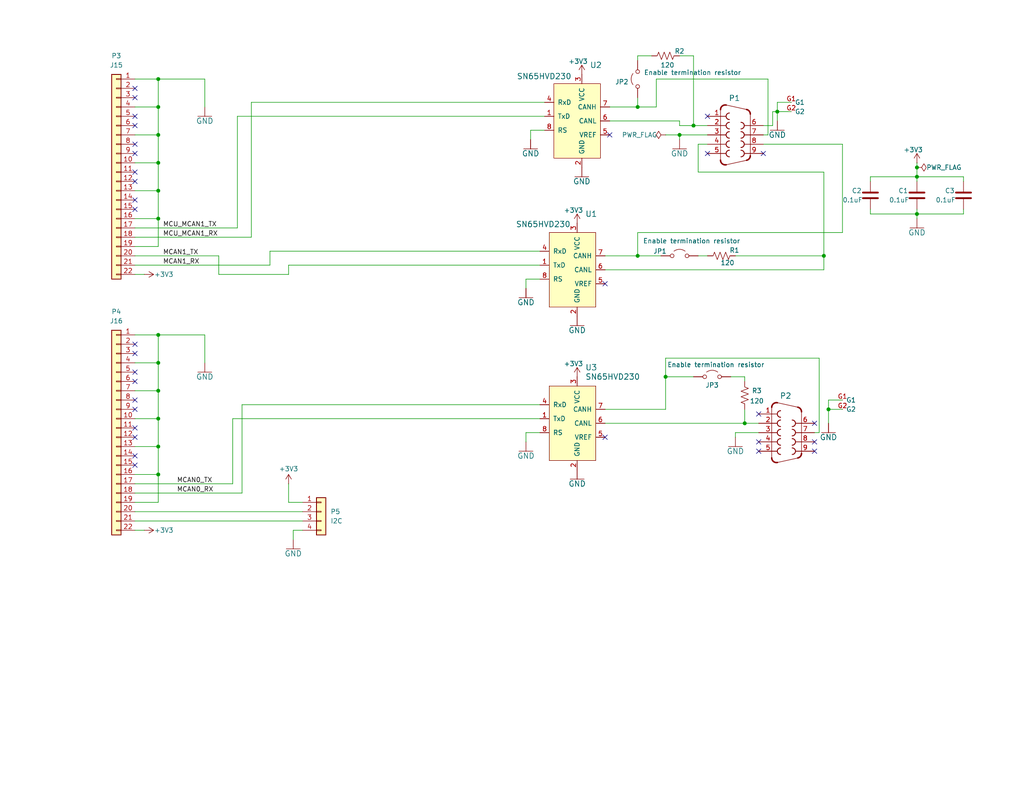
<source format=kicad_sch>
(kicad_sch (version 20231120) (generator "eeschema") (generator_version "8.0")
  (paper "A")
  (title_block (title "CAN Driver") (date "2024-07-03"))
  (lib_symbols
    (symbol "Connector_Generic:Conn_01x04" (pin_names (offset 1.016) hide)
      (property "Reference" "J" (at 0 5.08 0))
      (property "Value" "Conn_01x04" (at 0 -7.62 0))
      (symbol "Conn_01x04_1_1"
        (rectangle (start -1.27 -4.953) (end 0 -5.207) (stroke (width 0.1524)))
        (rectangle (start -1.27 -2.413) (end 0 -2.667) (stroke (width 0.1524)))
        (rectangle (start -1.27 0.127) (end 0 -0.127) (stroke (width 0.1524)))
        (rectangle (start -1.27 2.667) (end 0 2.413) (stroke (width 0.1524)))
        (rectangle (start -1.27 3.81) (end 1.27 -6.35) (stroke (width 0.254)) (fill (type background)))
        (pin passive line (at -5.08 2.54 0) (length 3.81) (name "Pin_1") (number "1"))
        (pin passive line (at -5.08 0 0) (length 3.81) (name "Pin_2") (number "2"))
        (pin passive line (at -5.08 -2.54 0) (length 3.81) (name "Pin_3") (number "3"))
        (pin passive line (at -5.08 -5.08 0) (length 3.81) (name "Pin_4") (number "4"))
      )
    )
    (symbol "Connector_Generic:Conn_01x22" (pin_names (offset 1.016) hide)
      (property "Reference" "J" (at 0 27.94 0))
      (property "Value" "Conn_01x22" (at 0 -30.48 0))
      (symbol "Conn_01x22_1_1"
        (rectangle (start -1.27 -27.813) (end 0 -28.067) (stroke (width 0.1524)))
        (rectangle (start -1.27 -25.273) (end 0 -25.527) (stroke (width 0.1524)))
        (rectangle (start -1.27 -22.733) (end 0 -22.987) (stroke (width 0.1524)))
        (rectangle (start -1.27 -20.193) (end 0 -20.447) (stroke (width 0.1524)))
        (rectangle (start -1.27 -17.653) (end 0 -17.907) (stroke (width 0.1524)))
        (rectangle (start -1.27 -15.113) (end 0 -15.367) (stroke (width 0.1524)))
        (rectangle (start -1.27 -12.573) (end 0 -12.827) (stroke (width 0.1524)))
        (rectangle (start -1.27 -10.033) (end 0 -10.287) (stroke (width 0.1524)))
        (rectangle (start -1.27 -7.493) (end 0 -7.747) (stroke (width 0.1524)))
        (rectangle (start -1.27 -4.953) (end 0 -5.207) (stroke (width 0.1524)))
        (rectangle (start -1.27 -2.413) (end 0 -2.667) (stroke (width 0.1524)))
        (rectangle (start -1.27 0.127) (end 0 -0.127) (stroke (width 0.1524)))
        (rectangle (start -1.27 2.667) (end 0 2.413) (stroke (width 0.1524)))
        (rectangle (start -1.27 5.207) (end 0 4.953) (stroke (width 0.1524)))
        (rectangle (start -1.27 7.747) (end 0 7.493) (stroke (width 0.1524)))
        (rectangle (start -1.27 10.287) (end 0 10.033) (stroke (width 0.1524)))
        (rectangle (start -1.27 12.827) (end 0 12.573) (stroke (width 0.1524)))
        (rectangle (start -1.27 15.367) (end 0 15.113) (stroke (width 0.1524)))
        (rectangle (start -1.27 17.907) (end 0 17.653) (stroke (width 0.1524)))
        (rectangle (start -1.27 20.447) (end 0 20.193) (stroke (width 0.1524)))
        (rectangle (start -1.27 22.987) (end 0 22.733) (stroke (width 0.1524)))
        (rectangle (start -1.27 25.527) (end 0 25.273) (stroke (width 0.1524)))
        (rectangle (start -1.27 26.67) (end 1.27 -29.21) (stroke (width 0.254)) (fill (type background)))
        (pin passive line (at -5.08 25.4 0) (length 3.81) (name "Pin_1") (number "1"))
        (pin passive line (at -5.08 2.54 0) (length 3.81) (name "Pin_10") (number "10"))
        (pin passive line (at -5.08 0 0) (length 3.81) (name "Pin_11") (number "11"))
        (pin passive line (at -5.08 -2.54 0) (length 3.81) (name "Pin_12") (number "12"))
        (pin passive line (at -5.08 -5.08 0) (length 3.81) (name "Pin_13") (number "13"))
        (pin passive line (at -5.08 -7.62 0) (length 3.81) (name "Pin_14") (number "14"))
        (pin passive line (at -5.08 -10.16 0) (length 3.81) (name "Pin_15") (number "15"))
        (pin passive line (at -5.08 -12.7 0) (length 3.81) (name "Pin_16") (number "16"))
        (pin passive line (at -5.08 -15.24 0) (length 3.81) (name "Pin_17") (number "17"))
        (pin passive line (at -5.08 -17.78 0) (length 3.81) (name "Pin_18") (number "18"))
        (pin passive line (at -5.08 -20.32 0) (length 3.81) (name "Pin_19") (number "19"))
        (pin passive line (at -5.08 22.86 0) (length 3.81) (name "Pin_2") (number "2"))
        (pin passive line (at -5.08 -22.86 0) (length 3.81) (name "Pin_20") (number "20"))
        (pin passive line (at -5.08 -25.4 0) (length 3.81) (name "Pin_21") (number "21"))
        (pin passive line (at -5.08 -27.94 0) (length 3.81) (name "Pin_22") (number "22"))
        (pin passive line (at -5.08 20.32 0) (length 3.81) (name "Pin_3") (number "3"))
        (pin passive line (at -5.08 17.78 0) (length 3.81) (name "Pin_4") (number "4"))
        (pin passive line (at -5.08 15.24 0) (length 3.81) (name "Pin_5") (number "5"))
        (pin passive line (at -5.08 12.7 0) (length 3.81) (name "Pin_6") (number "6"))
        (pin passive line (at -5.08 10.16 0) (length 3.81) (name "Pin_7") (number "7"))
        (pin passive line (at -5.08 7.62 0) (length 3.81) (name "Pin_8") (number "8"))
        (pin passive line (at -5.08 5.08 0) (length 3.81) (name "Pin_9") (number "9"))
      )
    )
    (symbol "Device:C" (pin_numbers hide) (pin_names (offset 0.254))
      (property "Reference" "C" (at 0.635 2.54 0))
      (property "Value" "C" (at 0.635 -2.54 0))
      (symbol "C_0_1"
        (polyline (pts (xy -2.032 -0.762) (xy 2.032 -0.762)) (stroke (width 0.508)))
        (polyline (pts (xy -2.032 0.762) (xy 2.032 0.762)) (stroke (width 0.508)))
      )
      (symbol "C_1_1"
        (pin passive line (at 0 3.81 270) (length 2.794) (name "~") (number "1"))
        (pin passive line (at 0 -3.81 90) (length 2.794) (name "~") (number "2"))
      )
    )
    (symbol "Device:R_US" (pin_numbers hide) (pin_names (offset 0))
      (property "Reference" "R" (at 2.54 0 90))
      (property "Value" "R_US" (at -2.54 0 90))
      (symbol "R_US_0_1"
        (polyline (pts (xy 0 -2.286) (xy 0 -2.54)))
        (polyline (pts (xy 0 2.286) (xy 0 2.54)))
        (polyline (pts (xy 0 -0.762) (xy 1.016 -1.143) (xy 0 -1.524) (xy -1.016 -1.905) (xy 0 -2.286)))
        (polyline (pts (xy 0 0.762) (xy 1.016 0.381) (xy 0 0) (xy -1.016 -0.381) (xy 0 -0.762)))
        (polyline (pts (xy 0 2.286) (xy 1.016 1.905) (xy 0 1.524) (xy -1.016 1.143) (xy 0 0.762)))
      )
      (symbol "R_US_1_1"
        (pin passive line (at 0 3.81 270) (length 1.27) (name "~") (number "1"))
        (pin passive line (at 0 -3.81 90) (length 1.27) (name "~") (number "2"))
      )
    )
    (symbol "Jumper:Jumper_2_Open" (pin_numbers hide) (pin_names (offset 0) hide) (exclude_from_sim yes)
      (property "Reference" "JP" (at 0 2.794 0))
      (property "Value" "Jumper_2_Open" (at 0 -2.286 0))
      (symbol "Jumper_2_Open_0_0"
        (circle (center -2.032 0) (radius 0.508))
        (circle (center 2.032 0) (radius 0.508))
      )
      (symbol "Jumper_2_Open_0_1"
        (arc (start 1.524 1.27) (mid 0 1.778) (end -1.524 1.27))
      )
      (symbol "Jumper_2_Open_1_1"
        (pin passive line (at -5.08 0 0) (length 2.54) (name "A") (number "1"))
        (pin passive line (at 5.08 0 180) (length 2.54) (name "B") (number "2"))
      )
    )
    (symbol "catu:F09HP" (pin_names (offset 1.016))
      (property "Reference" "P" (at -1.27 8.89 0))
      (property "Value" "F09HP" (at -3.81 -10.795 0))
      (symbol "F09HP_1_0"
        (arc (start -4.064 -6.9088) (mid -3.5802 -7.8934) (end -2.5146 -8.1534) (stroke (width 0.4064)))
        (arc (start -2.5146 8.1534) (mid -3.5799 7.893) (end -4.064 6.9088) (stroke (width 0.4064)))
        (arc (start -1.651 -4.191) (mid -2.5362 -5.08) (end -1.651 -5.969) (stroke (width 0.254)))
        (arc (start -1.651 -1.651) (mid -2.5362 -2.54) (end -1.651 -3.429) (stroke (width 0.254)))
        (arc (start -1.651 0.889) (mid -2.5362 0) (end -1.651 -0.889) (stroke (width 0.254)))
        (arc (start -1.651 3.429) (mid -2.5362 2.54) (end -1.651 1.651) (stroke (width 0.254)))
        (arc (start -1.651 5.969) (mid -2.5362 5.08) (end -1.651 4.191) (stroke (width 0.254)))
        (polyline (pts (xy -4.064 -6.9088) (xy -4.064 6.9088)))
        (polyline (pts (xy -2.5146 -8.1534) (xy 3.048 -6.9342)))
        (polyline (pts (xy -2.5146 8.1534) (xy 3.048 6.9342)))
        (polyline (pts (xy 4.064 -5.6896) (xy 4.064 5.6896)))
        (arc (start 1.524 -5.969) (mid 2.4092 -5.08) (end 1.524 -4.191) (stroke (width 0.254)))
        (arc (start 1.524 -3.429) (mid 2.4092 -2.54) (end 1.524 -1.651) (stroke (width 0.254)))
        (arc (start 1.524 -0.889) (mid 2.4092 0) (end 1.524 0.889) (stroke (width 0.254)))
        (arc (start 1.524 1.651) (mid 2.4092 2.54) (end 1.524 3.429) (stroke (width 0.254)))
        (arc (start 3.048 -6.9342) (mid 3.774 -6.4888) (end 4.064 -5.6896) (stroke (width 0.4064)))
        (arc (start 4.064 5.6896) (mid 3.7704 6.4859) (end 3.048 6.9342) (stroke (width 0.4064)))
        (pin passive line (at -7.62 5.08 0) (length 5.08) (name "1") (number "1"))
        (pin passive line (at -7.62 2.54 0) (length 5.08) (name "2") (number "2"))
        (pin passive line (at -7.62 0 0) (length 5.08) (name "3") (number "3"))
        (pin passive line (at -7.62 -2.54 0) (length 5.08) (name "4") (number "4"))
        (pin passive line (at -7.62 -5.08 0) (length 5.08) (name "5") (number "5"))
        (pin passive line (at 7.62 2.54 180) (length 5.08) (name "6") (number "6"))
        (pin passive line (at 7.62 0 180) (length 5.08) (name "7") (number "7"))
        (pin passive line (at 7.62 -2.54 180) (length 5.08) (name "8") (number "8"))
        (pin passive line (at 7.62 -5.08 180) (length 5.08) (name "9") (number "9"))
      )
      (symbol "F09HP_1_1"
        (pin power_in line (at 15.24 8.89 0) (length 0) (name "G1") (number "G1"))
        (pin power_in line (at 15.24 6.35 0) (length 0) (name "G2") (number "G2"))
      )
    )
    (symbol "catu:GND" (power) (pin_names (offset 1.016))
      (property "Value" "GND" (at -2.54 -2.54 0))
      (symbol "GND_1_0"
        (polyline (pts (xy -1.905 0) (xy 1.905 0)))
        (pin power_in line (at 0 2.54 270) (length 2.54) (name "GND") (number "1"))
      )
    )
    (symbol "catu:SN65HVD230" (pin_names (offset 1.016))
      (property "Reference" "U" (at -2.54 1.27 0))
      (property "Value" "SN65HVD230" (at 4.572 -22.606 0))
      (symbol "SN65HVD230_0_1"
        (rectangle (start -5.08 0) (end 7.62 -20.32) (fill (type background)))
      )
      (symbol "SN65HVD230_1_1"
        (pin input line (at -7.62 -8.89 0) (length 2.54) (name "TxD") (number "1"))
        (pin power_in line (at 2.54 -22.86 90) (length 2.54) (name "GND") (number "2"))
        (pin power_in line (at 2.54 2.54 270) (length 2.54) (name "VCC") (number "3"))
        (pin output line (at -7.62 -5.08 0) (length 2.54) (name "RxD") (number "4"))
        (pin output line (at 10.16 -13.97 180) (length 2.54) (name "VREF") (number "5"))
        (pin bidirectional line (at 10.16 -10.16 180) (length 2.54) (name "CANL") (number "6"))
        (pin bidirectional line (at 10.16 -6.35 180) (length 2.54) (name "CANH") (number "7"))
        (pin input line (at -7.62 -12.7 0) (length 2.54) (name "RS") (number "8"))
      )
    )
    (symbol "power:+3V3" (power) (pin_numbers hide) (pin_names (offset 0) hide)
      (property "Value" "+3V3" (at 0 3.556 0))
      (symbol "+3V3_0_1"
        (polyline (pts (xy -0.762 1.27) (xy 0 2.54)))
        (polyline (pts (xy 0 0) (xy 0 2.54)))
        (polyline (pts (xy 0 2.54) (xy 0.762 1.27)))
      )
      (symbol "+3V3_1_1"
        (pin power_in line (at 0 0 90) (length 0) (name "~") (number "1"))
      )
    )
    (symbol "power:PWR_FLAG" (power) (pin_numbers hide) (pin_names (offset 0) hide)
      (property "Value" "PWR_FLAG" (at 0 3.81 0))
      (symbol "PWR_FLAG_0_0"
        (pin power_out line (at 0 0 90) (length 0) (name "~") (number "1"))
      )
      (symbol "PWR_FLAG_0_1"
        (polyline (pts (xy 0 0) (xy 0 1.27) (xy -1.016 1.905) (xy 0 2.54) (xy 1.016 1.905) (xy 0 1.27)))
      )
    )
  )
  (junction (at 43.18 52.07))
  (junction (at 250.19 58.42))
  (junction (at 43.18 114.3))
  (junction (at 212.09 30.48))
  (junction (at 226.06 111.76))
  (junction (at 43.18 91.44))
  (junction (at 224.79 69.85))
  (junction (at 43.18 121.92))
  (junction (at 203.2 115.57))
  (junction (at 173.99 29.21))
  (junction (at 43.18 129.54))
  (junction (at 43.18 106.68))
  (junction (at 43.18 36.83))
  (junction (at 43.18 21.59))
  (junction (at 185.42 36.83))
  (junction (at 43.18 29.21))
  (junction (at 43.18 99.06))
  (junction (at 181.61 102.87))
  (junction (at 189.23 34.29))
  (junction (at 173.99 69.85))
  (junction (at 250.19 48.26))
  (junction (at 250.19 45.72))
  (junction (at 43.18 59.69))
  (junction (at 43.18 44.45))
  (no_connect (at 222.25 115.57))
  (no_connect (at 36.83 111.76))
  (no_connect (at 207.01 123.19))
  (no_connect (at 36.83 24.13))
  (no_connect (at 36.83 101.6))
  (no_connect (at 207.01 113.03))
  (no_connect (at 36.83 109.22))
  (no_connect (at 36.83 93.98))
  (no_connect (at 207.01 120.65))
  (no_connect (at 36.83 104.14))
  (no_connect (at 36.83 127))
  (no_connect (at 36.83 31.75))
  (no_connect (at 36.83 57.15))
  (no_connect (at 36.83 46.99))
  (no_connect (at 36.83 96.52))
  (no_connect (at 222.25 123.19))
  (no_connect (at 36.83 49.53))
  (no_connect (at 36.83 26.67))
  (no_connect (at 208.28 41.91))
  (no_connect (at 222.25 120.65))
  (no_connect (at 193.04 31.75))
  (no_connect (at 36.83 39.37))
  (no_connect (at 36.83 116.84))
  (no_connect (at 36.83 41.91))
  (no_connect (at 36.83 124.46))
  (no_connect (at 166.37 36.83))
  (no_connect (at 36.83 119.38))
  (no_connect (at 36.83 54.61))
  (no_connect (at 165.1 77.47))
  (no_connect (at 193.04 41.91))
  (no_connect (at 165.1 119.38))
  (no_connect (at 36.83 34.29))
  (wire (pts (xy 73.66 68.58) (xy 147.32 68.58)))
  (wire (pts (xy 59.69 69.85) (xy 59.69 74.93)))
  (wire (pts (xy 185.42 33.02) (xy 185.42 34.29)))
  (wire (pts (xy 215.9 27.94) (xy 212.09 27.94)))
  (wire (pts (xy 36.83 142.24) (xy 82.55 142.24)))
  (wire (pts (xy 229.87 39.37) (xy 208.28 39.37)))
  (wire (pts (xy 165.1 73.66) (xy 224.79 73.66)))
  (wire (pts (xy 210.82 34.29) (xy 210.82 30.48)))
  (wire (pts (xy 226.06 109.22) (xy 226.06 111.76)))
  (wire (pts (xy 36.83 44.45) (xy 43.18 44.45)))
  (wire (pts (xy 68.58 27.94) (xy 148.59 27.94)))
  (wire (pts (xy 250.19 58.42) (xy 262.89 58.42)))
  (wire (pts (xy 43.18 91.44) (xy 43.18 99.06)))
  (wire (pts (xy 185.42 36.83) (xy 181.61 36.83)))
  (wire (pts (xy 55.88 21.59) (xy 55.88 29.21)))
  (wire (pts (xy 189.23 34.29) (xy 193.04 34.29)))
  (wire (pts (xy 181.61 102.87) (xy 189.23 102.87)))
  (wire (pts (xy 36.83 59.69) (xy 43.18 59.69)))
  (wire (pts (xy 250.19 45.72) (xy 250.19 48.26)))
  (wire (pts (xy 210.82 30.48) (xy 212.09 30.48)))
  (wire (pts (xy 43.18 52.07) (xy 43.18 59.69)))
  (wire (pts (xy 181.61 102.87) (xy 181.61 111.76)))
  (wire (pts (xy 143.51 78.74) (xy 143.51 76.2)))
  (wire (pts (xy 181.61 97.79) (xy 181.61 102.87)))
  (wire (pts (xy 36.83 121.92) (xy 43.18 121.92)))
  (wire (pts (xy 43.18 21.59) (xy 43.18 29.21)))
  (wire (pts (xy 143.51 120.65) (xy 143.51 118.11)))
  (wire (pts (xy 237.49 49.53) (xy 237.49 48.26)))
  (wire (pts (xy 189.23 15.24) (xy 189.23 34.29)))
  (wire (pts (xy 36.83 139.7) (xy 82.55 139.7)))
  (wire (pts (xy 250.19 48.26) (xy 250.19 49.53)))
  (wire (pts (xy 36.83 134.62) (xy 66.04 134.62)))
  (wire (pts (xy 223.52 97.79) (xy 223.52 118.11)))
  (wire (pts (xy 226.06 111.76) (xy 229.87 111.76)))
  (wire (pts (xy 43.18 99.06) (xy 43.18 106.68)))
  (wire (pts (xy 165.1 115.57) (xy 203.2 115.57)))
  (wire (pts (xy 36.83 72.39) (xy 73.66 72.39)))
  (wire (pts (xy 78.74 74.93) (xy 59.69 74.93)))
  (wire (pts (xy 190.5 39.37) (xy 193.04 39.37)))
  (wire (pts (xy 143.51 118.11) (xy 147.32 118.11)))
  (wire (pts (xy 190.5 69.85) (xy 193.04 69.85)))
  (wire (pts (xy 237.49 48.26) (xy 250.19 48.26)))
  (wire (pts (xy 200.66 118.11) (xy 207.01 118.11)))
  (wire (pts (xy 181.61 97.79) (xy 223.52 97.79)))
  (wire (pts (xy 43.18 114.3) (xy 43.18 121.92)))
  (wire (pts (xy 237.49 57.15) (xy 237.49 58.42)))
  (wire (pts (xy 82.55 137.16) (xy 78.74 137.16)))
  (wire (pts (xy 185.42 36.83) (xy 193.04 36.83)))
  (wire (pts (xy 209.55 36.83) (xy 208.28 36.83)))
  (wire (pts (xy 166.37 33.02) (xy 185.42 33.02)))
  (wire (pts (xy 63.5 114.3) (xy 147.32 114.3)))
  (wire (pts (xy 237.49 58.42) (xy 250.19 58.42)))
  (wire (pts (xy 224.79 46.99) (xy 190.5 46.99)))
  (wire (pts (xy 63.5 114.3) (xy 63.5 132.08)))
  (wire (pts (xy 166.37 29.21) (xy 173.99 29.21)))
  (wire (pts (xy 43.18 44.45) (xy 43.18 52.07)))
  (wire (pts (xy 185.42 36.83) (xy 185.42 38.1)))
  (wire (pts (xy 179.07 21.59) (xy 209.55 21.59)))
  (wire (pts (xy 36.83 114.3) (xy 43.18 114.3)))
  (wire (pts (xy 36.83 64.77) (xy 68.58 64.77)))
  (wire (pts (xy 36.83 99.06) (xy 43.18 99.06)))
  (wire (pts (xy 43.18 137.16) (xy 36.83 137.16)))
  (wire (pts (xy 43.18 91.44) (xy 55.88 91.44)))
  (wire (pts (xy 80.01 147.32) (xy 80.01 144.78)))
  (wire (pts (xy 203.2 115.57) (xy 207.01 115.57)))
  (wire (pts (xy 173.99 26.67) (xy 173.99 29.21)))
  (wire (pts (xy 224.79 73.66) (xy 224.79 69.85)))
  (wire (pts (xy 212.09 27.94) (xy 212.09 30.48)))
  (wire (pts (xy 226.06 111.76) (xy 226.06 115.57)))
  (wire (pts (xy 224.79 46.99) (xy 224.79 69.85)))
  (wire (pts (xy 36.83 62.23) (xy 64.77 62.23)))
  (wire (pts (xy 203.2 111.76) (xy 203.2 115.57)))
  (wire (pts (xy 43.18 121.92) (xy 43.18 129.54)))
  (wire (pts (xy 200.66 69.85) (xy 224.79 69.85)))
  (wire (pts (xy 173.99 16.51) (xy 173.99 15.24)))
  (wire (pts (xy 36.83 69.85) (xy 59.69 69.85)))
  (wire (pts (xy 208.28 34.29) (xy 210.82 34.29)))
  (wire (pts (xy 229.87 39.37) (xy 229.87 63.5)))
  (wire (pts (xy 262.89 58.42) (xy 262.89 57.15)))
  (wire (pts (xy 36.83 132.08) (xy 63.5 132.08)))
  (wire (pts (xy 36.83 36.83) (xy 43.18 36.83)))
  (wire (pts (xy 173.99 69.85) (xy 180.34 69.85)))
  (wire (pts (xy 185.42 34.29) (xy 189.23 34.29)))
  (wire (pts (xy 64.77 31.75) (xy 148.59 31.75)))
  (wire (pts (xy 199.39 102.87) (xy 203.2 102.87)))
  (wire (pts (xy 144.78 35.56) (xy 148.59 35.56)))
  (wire (pts (xy 165.1 69.85) (xy 173.99 69.85)))
  (wire (pts (xy 36.83 52.07) (xy 43.18 52.07)))
  (wire (pts (xy 190.5 46.99) (xy 190.5 39.37)))
  (wire (pts (xy 66.04 110.49) (xy 66.04 134.62)))
  (wire (pts (xy 36.83 144.78) (xy 39.37 144.78)))
  (wire (pts (xy 143.51 76.2) (xy 147.32 76.2)))
  (wire (pts (xy 78.74 137.16) (xy 78.74 132.08)))
  (wire (pts (xy 36.83 74.93) (xy 39.37 74.93)))
  (wire (pts (xy 173.99 63.5) (xy 229.87 63.5)))
  (wire (pts (xy 250.19 48.26) (xy 262.89 48.26)))
  (wire (pts (xy 173.99 15.24) (xy 177.8 15.24)))
  (wire (pts (xy 212.09 30.48) (xy 212.09 33.02)))
  (wire (pts (xy 185.42 15.24) (xy 189.23 15.24)))
  (wire (pts (xy 64.77 31.75) (xy 64.77 62.23)))
  (wire (pts (xy 262.89 48.26) (xy 262.89 49.53)))
  (wire (pts (xy 43.18 106.68) (xy 43.18 114.3)))
  (wire (pts (xy 43.18 129.54) (xy 43.18 137.16)))
  (wire (pts (xy 212.09 30.48) (xy 215.9 30.48)))
  (wire (pts (xy 36.83 91.44) (xy 43.18 91.44)))
  (wire (pts (xy 229.87 109.22) (xy 226.06 109.22)))
  (wire (pts (xy 165.1 111.76) (xy 181.61 111.76)))
  (wire (pts (xy 43.18 29.21) (xy 43.18 36.83)))
  (wire (pts (xy 78.74 72.39) (xy 147.32 72.39)))
  (wire (pts (xy 78.74 72.39) (xy 78.74 74.93)))
  (wire (pts (xy 36.83 129.54) (xy 43.18 129.54)))
  (wire (pts (xy 43.18 67.31) (xy 36.83 67.31)))
  (wire (pts (xy 173.99 29.21) (xy 179.07 29.21)))
  (wire (pts (xy 203.2 102.87) (xy 203.2 104.14)))
  (wire (pts (xy 36.83 29.21) (xy 43.18 29.21)))
  (wire (pts (xy 73.66 68.58) (xy 73.66 72.39)))
  (wire (pts (xy 147.32 110.49) (xy 66.04 110.49)))
  (wire (pts (xy 43.18 36.83) (xy 43.18 44.45)))
  (wire (pts (xy 209.55 21.59) (xy 209.55 36.83)))
  (wire (pts (xy 250.19 58.42) (xy 250.19 57.15)))
  (wire (pts (xy 250.19 59.69) (xy 250.19 58.42)))
  (wire (pts (xy 144.78 38.1) (xy 144.78 35.56)))
  (wire (pts (xy 200.66 118.11) (xy 200.66 119.38)))
  (wire (pts (xy 173.99 69.85) (xy 173.99 63.5)))
  (wire (pts (xy 55.88 91.44) (xy 55.88 99.06)))
  (wire (pts (xy 43.18 21.59) (xy 55.88 21.59)))
  (wire (pts (xy 36.83 21.59) (xy 43.18 21.59)))
  (wire (pts (xy 223.52 118.11) (xy 222.25 118.11)))
  (wire (pts (xy 250.19 45.72) (xy 250.19 44.45)))
  (wire (pts (xy 68.58 27.94) (xy 68.58 64.77)))
  (wire (pts (xy 36.83 106.68) (xy 43.18 106.68)))
  (wire (pts (xy 80.01 144.78) (xy 82.55 144.78)))
  (wire (pts (xy 43.18 59.69) (xy 43.18 67.31)))
  (wire (pts (xy 179.07 29.21) (xy 179.07 21.59)))
  (label "MCU_MCAN1_RX" (at 44.45 64.77 0))
  (label "MCAN1_RX" (at 44.45 72.39 0))
  (label "MCAN1_TX" (at 44.45 69.85 0))
  (label "MCAN0_TX" (at 48.26 132.08 0))
  (label "MCU_MCAN1_TX" (at 44.45 62.23 0))
  (label "MCAN0_RX" (at 48.26 134.62 0))
  (symbol (lib_id "power:PWR_FLAG") (at 250.19 45.72 270) (unit 1)
    (property "Reference" "#FLG0103" (effects (hide yes)))
    (property "Value" "PWR_FLAG" (at 257.556 45.72 90))
    (property "Description" "Special symbol for telling ERC where power comes from" (effects (hide yes)))
  )
  (symbol (lib_id "Device:C") (at 237.49 53.34 0) (unit 1)
    (property "Reference" "C2" (at 232.41 52.07 0) (effects (justify left)))
    (property "Value" "0.1uF" (at 229.87 54.61 0) (effects (justify left)))
    (property "Footprint" "Capacitor_SMD:C_0805_2012Metric_Pad1.18x1.45mm_HandSolder" (effects (hide yes)))
    (property "Description" "Unpolarized capacitor" (effects (hide yes)))
  )
  (symbol (lib_id "catu:GND") (at 157.48 88.9 0) (unit 1)
    (property "Reference" "#GND0101" (effects (hide yes)))
    (property "Value" "GND" (at 157.48 90.17 0) (effects (font (size 1.4986 1.4986))))
  )
  (symbol (lib_id "Jumper:Jumper_2_Open") (at 185.42 69.85 0) (unit 1) (exclude_from_sim yes)
    (property "Reference" "JP1" (at 180.086 68.58 0))
    (property "Value" "Enable termination resistor" (at 188.722 65.786 0))
    (property "Footprint" "Connector_PinHeader_2.54mm:PinHeader_1x02_P2.54mm_Vertical" (effects (hide yes)))
    (property "Description" "Jumper, 2-pole, open" (effects (hide yes)))
  )
  (symbol (lib_id "catu:F09HP") (at 200.66 36.83 0) (unit 1)
    (property "Reference" "P1" (at 200.406 26.797 0) (effects (font (size 1.4986 1.4986))))
    (property "Value" "F09HP" (effects (hide yes)))
    (property "Footprint" "catu:F09HP" (effects (hide yes)))
  )
  (symbol (lib_id "power:+3V3") (at 39.37 74.93 270) (unit 1)
    (property "Reference" "#PWR04" (effects (hide yes)))
    (property "Value" "+3V3" (at 44.704 74.93 90))
    (property "Description" "Power symbol creates a global label with name \"+3V3\"" (effects (hide yes)))
  )
  (symbol (lib_id "Device:C") (at 262.89 53.34 0) (unit 1)
    (property "Reference" "C3" (at 257.81 52.07 0) (effects (justify left)))
    (property "Value" "0.1uF" (at 255.27 54.61 0) (effects (justify left)))
    (property "Footprint" "Capacitor_SMD:C_0805_2012Metric_Pad1.18x1.45mm_HandSolder" (effects (hide yes)))
    (property "Description" "Unpolarized capacitor" (effects (hide yes)))
  )
  (symbol (lib_id "catu:GND") (at 200.66 121.92 0) (unit 1)
    (property "Reference" "#GND0103" (effects (hide yes)))
    (property "Value" "GND" (at 200.66 123.19 0) (effects (font (size 1.4986 1.4986))))
  )
  (symbol (lib_id "catu:GND") (at 144.78 40.64 0) (unit 1)
    (property "Reference" "#GND01" (effects (hide yes)))
    (property "Value" "GND" (at 144.78 41.91 0) (effects (font (size 1.4986 1.4986))))
  )
  (symbol (lib_id "catu:GND") (at 55.88 31.75 0) (unit 1)
    (property "Reference" "#GND08" (effects (hide yes)))
    (property "Value" "GND" (at 55.88 33.02 0) (effects (font (size 1.4986 1.4986))))
  )
  (symbol (lib_id "catu:GND") (at 157.48 130.81 0) (unit 1)
    (property "Reference" "#GND05" (effects (hide yes)))
    (property "Value" "GND" (at 157.48 132.08 0) (effects (font (size 1.4986 1.4986))))
  )
  (symbol (lib_id "catu:SN65HVD230") (at 156.21 22.86 0) (unit 1)
    (property "Reference" "U2" (at 160.9441 17.78 0) (effects (font (size 1.524 1.524)) (justify left)))
    (property "Value" "SN65HVD230" (at 140.97 20.828 0) (effects (font (size 1.524 1.524)) (justify left)))
    (property "Footprint" "Package_SO:SOIC-8_3.9x4.9mm_P1.27mm" (effects (hide yes)))
    (property "MPN" "SN65HVD230" (effects (hide yes)))
  )
  (symbol (lib_id "catu:GND") (at 158.75 48.26 0) (unit 1)
    (property "Reference" "#GND02" (effects (hide yes)))
    (property "Value" "GND" (at 158.75 49.53 0) (effects (font (size 1.4986 1.4986))))
  )
  (symbol (lib_id "catu:GND") (at 185.42 40.64 0) (unit 1)
    (property "Reference" "#GND03" (effects (hide yes)))
    (property "Value" "GND" (at 185.42 41.91 0) (effects (font (size 1.4986 1.4986))))
  )
  (symbol (lib_id "catu:GND") (at 212.09 35.56 0) (unit 1)
    (property "Reference" "#GND012" (effects (hide yes)))
    (property "Value" "GND" (at 212.09 36.83 0) (effects (font (size 1.4986 1.4986))))
  )
  (symbol (lib_id "Device:R_US") (at 203.2 107.95 0) (unit 1)
    (property "Reference" "R3" (at 206.502 106.68 0))
    (property "Value" "120" (at 206.502 109.474 0))
    (property "Footprint" "Resistor_SMD:R_2512_6332Metric_Pad1.40x3.35mm_HandSolder" (effects (hide yes)))
    (property "Description" "Resistor, US symbol" (effects (hide yes)))
  )
  (symbol (lib_id "catu:SN65HVD230") (at 154.94 105.41 0) (unit 1)
    (property "Reference" "U3" (at 159.6741 100.33 0) (effects (font (size 1.524 1.524)) (justify left)))
    (property "Value" "SN65HVD230" (at 159.6741 102.87 0) (effects (font (size 1.524 1.524)) (justify left)))
    (property "Footprint" "Package_SO:SOIC-8_3.9x4.9mm_P1.27mm" (effects (hide yes)))
    (property "MPN" "SN65HVD230" (effects (hide yes)))
  )
  (symbol (lib_id "catu:GND") (at 226.06 118.11 0) (unit 1)
    (property "Reference" "#GND011" (effects (hide yes)))
    (property "Value" "GND" (at 226.06 119.38 0) (effects (font (size 1.4986 1.4986))))
  )
  (symbol (lib_id "Jumper:Jumper_2_Open") (at 194.31 102.87 0) (unit 1) (exclude_from_sim yes)
    (property "Reference" "JP3" (at 194.31 105.156 0))
    (property "Value" "Enable termination resistor" (at 195.326 99.568 0))
    (property "Footprint" "Connector_PinHeader_2.54mm:PinHeader_1x02_P2.54mm_Vertical" (effects (hide yes)))
    (property "Description" "Jumper, 2-pole, open" (effects (hide yes)))
  )
  (symbol (lib_id "Device:R_US") (at 196.85 69.85 90) (unit 1)
    (property "Reference" "R1" (at 200.406 68.326 90))
    (property "Value" "120" (at 198.501 71.755 90))
    (property "Footprint" "Resistor_SMD:R_2512_6332Metric_Pad1.40x3.35mm_HandSolder" (effects (hide yes)))
    (property "Description" "Resistor, US symbol" (effects (hide yes)))
  )
  (symbol (lib_id "Device:R_US") (at 181.61 15.24 90) (unit 1)
    (property "Reference" "R2" (at 185.42 13.97 90))
    (property "Value" "120" (at 182.118 17.78 90))
    (property "Footprint" "Resistor_SMD:R_2512_6332Metric_Pad1.40x3.35mm_HandSolder" (effects (hide yes)))
    (property "Description" "Resistor, US symbol" (effects (hide yes)))
  )
  (symbol (lib_id "catu:GND") (at 250.19 62.23 0) (unit 1)
    (property "Reference" "#GND0102" (effects (hide yes)))
    (property "Value" "GND" (at 250.19 63.5 0) (effects (font (size 1.4986 1.4986))))
  )
  (symbol (lib_id "catu:F09HP") (at 214.63 118.11 0) (unit 1)
    (property "Reference" "P2" (at 214.376 108.077 0) (effects (font (size 1.4986 1.4986))))
    (property "Value" "F09HP" (effects (hide yes)))
    (property "Footprint" "catu:F09HP" (effects (hide yes)))
  )
  (symbol (lib_id "power:+3V3") (at 158.75 20.32 0) (unit 1)
    (property "Reference" "#PWR02" (effects (hide yes)))
    (property "Value" "+3V3" (at 157.734 16.764 0))
    (property "Description" "Power symbol creates a global label with name \"+3V3\"" (effects (hide yes)))
  )
  (symbol (lib_id "power:+3V3") (at 39.37 144.78 270) (unit 1)
    (property "Reference" "#PWR05" (effects (hide yes)))
    (property "Value" "+3V3" (at 44.704 144.78 90))
    (property "Description" "Power symbol creates a global label with name \"+3V3\"" (effects (hide yes)))
  )
  (symbol (lib_id "power:+3V3") (at 250.19 44.45 0) (unit 1)
    (property "Reference" "#PWR01" (effects (hide yes)))
    (property "Value" "+3V3" (at 249.174 40.894 0))
    (property "Description" "Power symbol creates a global label with name \"+3V3\"" (effects (hide yes)))
  )
  (symbol (lib_id "Jumper:Jumper_2_Open") (at 173.99 21.59 90) (unit 1) (exclude_from_sim yes)
    (property "Reference" "JP2" (at 169.672 22.352 90))
    (property "Value" "Enable termination resistor" (at 188.976 19.812 90))
    (property "Footprint" "Connector_PinHeader_2.54mm:PinHeader_1x02_P2.54mm_Vertical" (effects (hide yes)))
    (property "Description" "Jumper, 2-pole, open" (effects (hide yes)))
  )
  (symbol (lib_id "catu:GND") (at 143.51 81.28 0) (unit 1)
    (property "Reference" "#GND0104" (effects (hide yes)))
    (property "Value" "GND" (at 143.51 82.55 0) (effects (font (size 1.4986 1.4986))))
  )
  (symbol (lib_id "power:+3V3") (at 157.48 102.87 0) (unit 1)
    (property "Reference" "#PWR03" (effects (hide yes)))
    (property "Value" "+3V3" (at 156.464 99.314 0))
    (property "Description" "Power symbol creates a global label with name \"+3V3\"" (effects (hide yes)))
  )
  (symbol (lib_id "Connector_Generic:Conn_01x04") (at 87.63 139.7 0) (unit 1)
    (property "Reference" "P5" (at 90.17 139.6999 0) (effects (justify left)))
    (property "Value" "I2C" (at 90.17 142.2399 0) (effects (justify left)))
    (property "Footprint" "Connector_PinHeader_2.00mm:PinHeader_1x04_P2.00mm_Vertical" (effects (hide yes)))
    (property "Description" "Generic connector, single row, 01x04, script generated (kicad-library-utils/schlib/autogen/connector/)" (effects (hide yes)))
  )
  (symbol (lib_id "power:PWR_FLAG") (at 181.61 36.83 90) (unit 1)
    (property "Reference" "#FLG01" (effects (hide yes)))
    (property "Value" "PWR_FLAG" (at 174.498 36.83 90))
    (property "Description" "Special symbol for telling ERC where power comes from" (effects (hide yes)))
  )
  (symbol (lib_id "Connector_Generic:Conn_01x22") (at 31.75 116.84 0) (mirror y) (unit 1)
    (property "Reference" "P4" (at 31.75 85.09 0))
    (property "Value" "J16" (at 31.75 87.63 0))
    (property "Footprint" "catu:PinHeader_2x11_P2.54mm_reverse" (effects (hide yes)))
    (property "Description" "Generic connector, single row, 01x22, script generated (kicad-library-utils/schlib/autogen/connector/)" (effects (hide yes)))
  )
  (symbol (lib_id "power:+3V3") (at 78.74 132.08 0) (unit 1)
    (property "Reference" "#PWR06" (effects (hide yes)))
    (property "Value" "+3V3" (at 78.74 128.016 0))
    (property "Description" "Power symbol creates a global label with name \"+3V3\"" (effects (hide yes)))
  )
  (symbol (lib_id "Device:C") (at 250.19 53.34 0) (unit 1)
    (property "Reference" "C1" (at 245.11 52.07 0) (effects (justify left)))
    (property "Value" "0.1uF" (at 242.57 54.61 0) (effects (justify left)))
    (property "Footprint" "Capacitor_SMD:C_0805_2012Metric_Pad1.18x1.45mm_HandSolder" (effects (hide yes)))
    (property "Description" "Unpolarized capacitor" (effects (hide yes)))
  )
  (symbol (lib_id "catu:GND") (at 143.51 123.19 0) (unit 1)
    (property "Reference" "#GND04" (effects (hide yes)))
    (property "Value" "GND" (at 143.51 124.46 0) (effects (font (size 1.4986 1.4986))))
  )
  (symbol (lib_id "catu:GND") (at 55.88 101.6 0) (unit 1)
    (property "Reference" "#GND06" (effects (hide yes)))
    (property "Value" "GND" (at 55.88 102.87 0) (effects (font (size 1.4986 1.4986))))
  )
  (symbol (lib_id "catu:GND") (at 80.01 149.86 0) (unit 1)
    (property "Reference" "#GND07" (effects (hide yes)))
    (property "Value" "GND" (at 80.01 151.13 0) (effects (font (size 1.4986 1.4986))))
  )
  (symbol (lib_id "Connector_Generic:Conn_01x22") (at 31.75 46.99 0) (mirror y) (unit 1)
    (property "Reference" "P3" (at 31.75 15.24 0))
    (property "Value" "J15" (at 31.75 17.78 0))
    (property "Footprint" "catu:PinHeader_2x11_P2.54mm_reverse" (effects (hide yes)))
    (property "Description" "Generic connector, single row, 01x22, script generated (kicad-library-utils/schlib/autogen/connector/)" (effects (hide yes)))
  )
  (symbol (lib_id "power:+3V3") (at 157.48 60.96 0) (unit 1)
    (property "Reference" "#PWR0101" (effects (hide yes)))
    (property "Value" "+3V3" (at 156.464 57.404 0))
    (property "Description" "Power symbol creates a global label with name \"+3V3\"" (effects (hide yes)))
  )
  (symbol (lib_id "catu:SN65HVD230") (at 154.94 63.5 0) (unit 1)
    (property "Reference" "U1" (at 159.6741 58.42 0) (effects (font (size 1.524 1.524)) (justify left)))
    (property "Value" "SN65HVD230" (at 140.716 61.214 0) (effects (font (size 1.524 1.524)) (justify left)))
    (property "Footprint" "Package_SO:SOIC-8_3.9x4.9mm_P1.27mm" (effects (hide yes)))
    (property "MPN" "SN65HVD230" (effects (hide yes)))
  )
)
</source>
